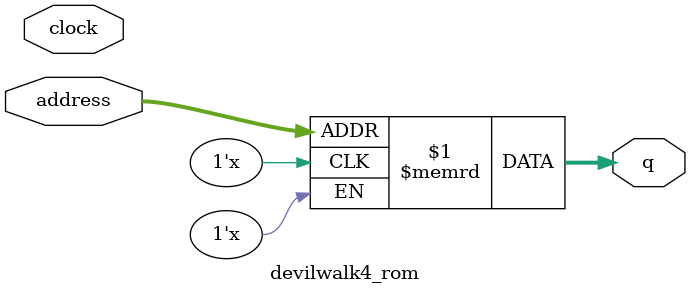
<source format=sv>
module devilwalk4_rom (
	input logic clock,
	input logic [13:0] address,
	output logic [3:0] q
);

logic [3:0] memory [0:9999] /* synthesis ram_init_file = "./devilwalk4/devilwalk4.mif" */;

assign q = memory[address];

endmodule

</source>
